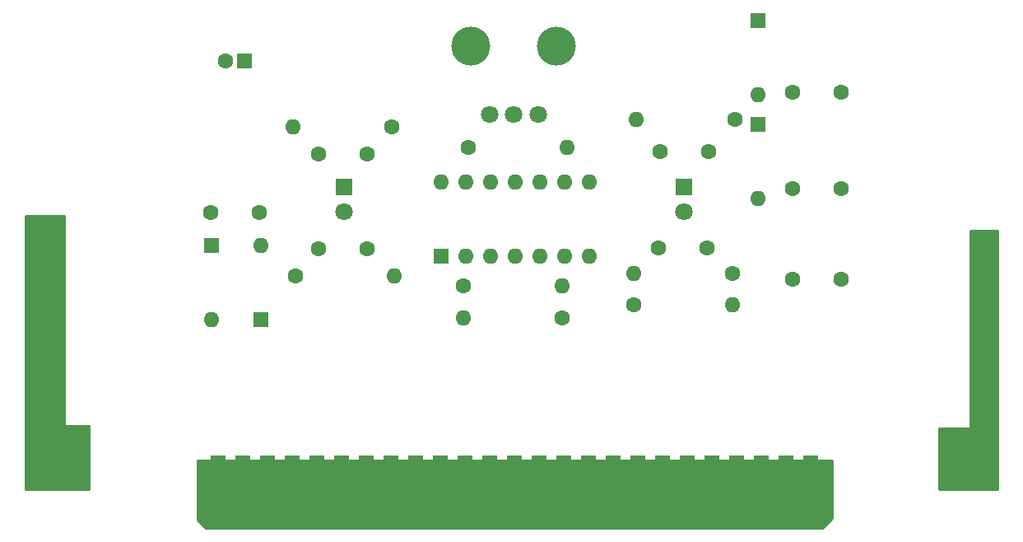
<source format=gbr>
G04 #@! TF.GenerationSoftware,KiCad,Pcbnew,(5.1.7)-1*
G04 #@! TF.CreationDate,2021-10-10T20:00:40-05:00*
G04 #@! TF.ProjectId,DrOctaveFuzz,44724f63-7461-4766-9546-757a7a2e6b69,rev?*
G04 #@! TF.SameCoordinates,Original*
G04 #@! TF.FileFunction,Soldermask,Bot*
G04 #@! TF.FilePolarity,Negative*
%FSLAX46Y46*%
G04 Gerber Fmt 4.6, Leading zero omitted, Abs format (unit mm)*
G04 Created by KiCad (PCBNEW (5.1.7)-1) date 2021-10-10 20:00:40*
%MOMM*%
%LPD*%
G01*
G04 APERTURE LIST*
%ADD10C,1.600000*%
%ADD11O,1.600000X1.600000*%
%ADD12R,1.800000X1.800000*%
%ADD13C,1.800000*%
%ADD14C,5.000000*%
%ADD15R,1.500000X7.000000*%
%ADD16R,1.600000X1.600000*%
%ADD17C,4.000000*%
%ADD18C,0.254000*%
%ADD19C,0.100000*%
G04 APERTURE END LIST*
D10*
G04 #@! TO.C,R8*
X155448000Y-88011000D03*
D11*
X145288000Y-88011000D03*
G04 #@! TD*
D12*
G04 #@! TO.C,D5*
X115250000Y-95000000D03*
D13*
X115250000Y-97540000D03*
G04 #@! TD*
G04 #@! TO.C,D6*
X150250000Y-97540000D03*
D12*
X150250000Y-95000000D03*
G04 #@! TD*
D14*
G04 #@! TO.C,H1*
X85350000Y-122600000D03*
G04 #@! TD*
G04 #@! TO.C,H2*
X180150000Y-122600000D03*
G04 #@! TD*
D15*
G04 #@! TO.C,J1*
X163230000Y-126000000D03*
X160690000Y-126000000D03*
X158150000Y-126000000D03*
X155610000Y-126000000D03*
X153070000Y-126000000D03*
X150530000Y-126000000D03*
X147990000Y-126000000D03*
X145450000Y-126000000D03*
X142910000Y-126000000D03*
X140370000Y-126000000D03*
X137830000Y-126000000D03*
X135290000Y-126000000D03*
X132750000Y-126000000D03*
X130210000Y-126000000D03*
X127670000Y-126000000D03*
X125130000Y-126000000D03*
X122590000Y-126000000D03*
X120050000Y-126000000D03*
X117510000Y-126000000D03*
X114970000Y-126000000D03*
X112430000Y-126000000D03*
X109890000Y-126000000D03*
X107350000Y-126000000D03*
X104810000Y-126000000D03*
X102270000Y-126000000D03*
G04 #@! TD*
D10*
G04 #@! TO.C,C1*
X112649000Y-101327000D03*
X117649000Y-101327000D03*
G04 #@! TD*
G04 #@! TO.C,C2*
X117602000Y-91586000D03*
X112602000Y-91586000D03*
G04 #@! TD*
G04 #@! TO.C,C3*
X147574000Y-101200000D03*
X152574000Y-101200000D03*
G04 #@! TD*
G04 #@! TO.C,C4*
X101553000Y-97555000D03*
X106553000Y-97555000D03*
G04 #@! TD*
G04 #@! TO.C,C5*
X161370000Y-85236000D03*
X166370000Y-85236000D03*
G04 #@! TD*
G04 #@! TO.C,C6*
X161370000Y-104413000D03*
X166370000Y-104413000D03*
G04 #@! TD*
G04 #@! TO.C,C7*
X166370000Y-95142000D03*
X161370000Y-95142000D03*
G04 #@! TD*
G04 #@! TO.C,C8*
X152781000Y-91332000D03*
X147781000Y-91332000D03*
G04 #@! TD*
D16*
G04 #@! TO.C,C9*
X105029000Y-82042000D03*
D10*
X103029000Y-82042000D03*
G04 #@! TD*
D11*
G04 #@! TO.C,D1*
X101600000Y-108585000D03*
D16*
X101600000Y-100965000D03*
G04 #@! TD*
G04 #@! TO.C,D2*
X106680000Y-108585000D03*
D11*
X106680000Y-100965000D03*
G04 #@! TD*
G04 #@! TO.C,D3*
X157861000Y-96139000D03*
D16*
X157861000Y-88519000D03*
G04 #@! TD*
G04 #@! TO.C,D4*
X157861000Y-77851000D03*
D11*
X157861000Y-85471000D03*
G04 #@! TD*
D16*
G04 #@! TO.C,IC1*
X125222000Y-102108000D03*
D11*
X140462000Y-94488000D03*
X127762000Y-102108000D03*
X137922000Y-94488000D03*
X130302000Y-102108000D03*
X135382000Y-94488000D03*
X132842000Y-102108000D03*
X132842000Y-94488000D03*
X135382000Y-102108000D03*
X130302000Y-94488000D03*
X137922000Y-102108000D03*
X127762000Y-94488000D03*
X140462000Y-102108000D03*
X125222000Y-94488000D03*
G04 #@! TD*
D10*
G04 #@! TO.C,R1*
X110236000Y-104140000D03*
D11*
X120396000Y-104140000D03*
G04 #@! TD*
G04 #@! TO.C,R2*
X109982000Y-88773000D03*
D10*
X120142000Y-88773000D03*
G04 #@! TD*
G04 #@! TO.C,R3*
X145034000Y-107061000D03*
D11*
X155194000Y-107061000D03*
G04 #@! TD*
G04 #@! TO.C,R4*
X137668000Y-105156000D03*
D10*
X127508000Y-105156000D03*
G04 #@! TD*
G04 #@! TO.C,R5*
X137668000Y-108458000D03*
D11*
X127508000Y-108458000D03*
G04 #@! TD*
D10*
G04 #@! TO.C,R6*
X155194000Y-103886000D03*
D11*
X145034000Y-103886000D03*
G04 #@! TD*
G04 #@! TO.C,R7*
X138176000Y-90932000D03*
D10*
X128016000Y-90932000D03*
G04 #@! TD*
D13*
G04 #@! TO.C,RV1*
X130215000Y-87500000D03*
X132715000Y-87500000D03*
X135215000Y-87500000D03*
D17*
X128315000Y-80500000D03*
X137115000Y-80500000D03*
G04 #@! TD*
D18*
X165480000Y-129000000D02*
X164480000Y-130000000D01*
X101020000Y-130000000D01*
X100203000Y-129183000D01*
X100203000Y-123063000D01*
X165480000Y-123063000D01*
X165480000Y-129000000D01*
D19*
G36*
X165480000Y-129000000D02*
G01*
X164480000Y-130000000D01*
X101020000Y-130000000D01*
X100203000Y-129183000D01*
X100203000Y-123063000D01*
X165480000Y-123063000D01*
X165480000Y-129000000D01*
G37*
D18*
X86487000Y-119380000D02*
X86489440Y-119404776D01*
X86496667Y-119428601D01*
X86508403Y-119450557D01*
X86524197Y-119469803D01*
X86543443Y-119485597D01*
X86565399Y-119497333D01*
X86589224Y-119504560D01*
X86614000Y-119507000D01*
X89000000Y-119507000D01*
X89000000Y-126000000D01*
X82500000Y-126000000D01*
X82500000Y-97917000D01*
X86487000Y-97917000D01*
X86487000Y-119380000D01*
D19*
G36*
X86487000Y-119380000D02*
G01*
X86489440Y-119404776D01*
X86496667Y-119428601D01*
X86508403Y-119450557D01*
X86524197Y-119469803D01*
X86543443Y-119485597D01*
X86565399Y-119497333D01*
X86589224Y-119504560D01*
X86614000Y-119507000D01*
X89000000Y-119507000D01*
X89000000Y-126000000D01*
X82500000Y-126000000D01*
X82500000Y-97917000D01*
X86487000Y-97917000D01*
X86487000Y-119380000D01*
G37*
D18*
X182499000Y-126000000D02*
X176500000Y-126000000D01*
X176500000Y-119761000D01*
X179578000Y-119761000D01*
X179602776Y-119758560D01*
X179626601Y-119751333D01*
X179648557Y-119739597D01*
X179667803Y-119723803D01*
X179683597Y-119704557D01*
X179695333Y-119682601D01*
X179702560Y-119658776D01*
X179705000Y-119634000D01*
X179705000Y-99441000D01*
X182499000Y-99441000D01*
X182499000Y-126000000D01*
D19*
G36*
X182499000Y-126000000D02*
G01*
X176500000Y-126000000D01*
X176500000Y-119761000D01*
X179578000Y-119761000D01*
X179602776Y-119758560D01*
X179626601Y-119751333D01*
X179648557Y-119739597D01*
X179667803Y-119723803D01*
X179683597Y-119704557D01*
X179695333Y-119682601D01*
X179702560Y-119658776D01*
X179705000Y-119634000D01*
X179705000Y-99441000D01*
X182499000Y-99441000D01*
X182499000Y-126000000D01*
G37*
M02*

</source>
